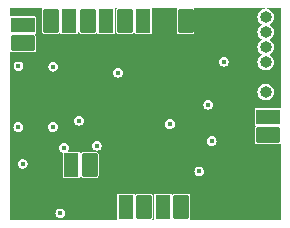
<source format=gbr>
%TF.GenerationSoftware,KiCad,Pcbnew,7.0.2-6a45011f42~172~ubuntu22.04.1*%
%TF.CreationDate,2023-05-21T17:06:01+08:00*%
%TF.ProjectId,fly2040,666c7932-3034-4302-9e6b-696361645f70,rev?*%
%TF.SameCoordinates,PX40c8790PY2f87f80*%
%TF.FileFunction,Copper,L3,Inr*%
%TF.FilePolarity,Positive*%
%FSLAX46Y46*%
G04 Gerber Fmt 4.6, Leading zero omitted, Abs format (unit mm)*
G04 Created by KiCad (PCBNEW 7.0.2-6a45011f42~172~ubuntu22.04.1) date 2023-05-21 17:06:01*
%MOMM*%
%LPD*%
G01*
G04 APERTURE LIST*
G04 Aperture macros list*
%AMRoundRect*
0 Rectangle with rounded corners*
0 $1 Rounding radius*
0 $2 $3 $4 $5 $6 $7 $8 $9 X,Y pos of 4 corners*
0 Add a 4 corners polygon primitive as box body*
4,1,4,$2,$3,$4,$5,$6,$7,$8,$9,$2,$3,0*
0 Add four circle primitives for the rounded corners*
1,1,$1+$1,$2,$3*
1,1,$1+$1,$4,$5*
1,1,$1+$1,$6,$7*
1,1,$1+$1,$8,$9*
0 Add four rect primitives between the rounded corners*
20,1,$1+$1,$2,$3,$4,$5,0*
20,1,$1+$1,$4,$5,$6,$7,0*
20,1,$1+$1,$6,$7,$8,$9,0*
20,1,$1+$1,$8,$9,$2,$3,0*%
G04 Aperture macros list end*
%TA.AperFunction,ComponentPad*%
%ADD10R,1.300000X2.000000*%
%TD*%
%TA.AperFunction,ComponentPad*%
%ADD11RoundRect,0.100000X-0.550000X0.900000X-0.550000X-0.900000X0.550000X-0.900000X0.550000X0.900000X0*%
%TD*%
%TA.AperFunction,ComponentPad*%
%ADD12O,1.000000X1.000000*%
%TD*%
%TA.AperFunction,ComponentPad*%
%ADD13RoundRect,0.100000X0.550000X-0.900000X0.550000X0.900000X-0.550000X0.900000X-0.550000X-0.900000X0*%
%TD*%
%TA.AperFunction,ComponentPad*%
%ADD14R,2.000000X1.300000*%
%TD*%
%TA.AperFunction,ComponentPad*%
%ADD15RoundRect,0.100000X-0.900000X-0.550000X0.900000X-0.550000X0.900000X0.550000X-0.900000X0.550000X0*%
%TD*%
%TA.AperFunction,ViaPad*%
%ADD16C,0.450000*%
%TD*%
G04 APERTURE END LIST*
D10*
%TO.N,NS_8*%
%TO.C,J10*%
X14310000Y-1165000D03*
D11*
%TO.N,NS_9*%
X12760000Y-1165000D03*
%TD*%
D10*
%TO.N,NS_10*%
%TO.C,J9*%
X11145001Y-1165000D03*
D11*
%TO.N,NS_11*%
X9595001Y-1165000D03*
%TD*%
D12*
%TO.N,RST*%
%TO.C,J8*%
X24659248Y-843121D03*
%TO.N,BOOT*%
X24659248Y-2113121D03*
%TO.N,D+*%
X24659248Y-3383121D03*
%TO.N,D-*%
X24659248Y-4653121D03*
%TO.N,+3V3*%
X24659248Y-5923121D03*
%TO.N,GND*%
X24659248Y-7193121D03*
%TD*%
D10*
%TO.N,DBG_CLK*%
%TO.C,J7*%
X8215000Y-13355000D03*
D13*
%TO.N,DBG_DAT*%
X9765000Y-13355000D03*
%TD*%
D11*
%TO.N,NS_SCL*%
%TO.C,J6*%
X6450000Y-1165000D03*
D10*
%TO.N,NS_SDA*%
X8000000Y-1165000D03*
%TD*%
D14*
%TO.N,D+*%
%TO.C,J5*%
X24820000Y-9300000D03*
D15*
%TO.N,D-*%
X24820000Y-10850000D03*
%TD*%
D10*
%TO.N,NS_CMD*%
%TO.C,J4*%
X15975000Y-16895000D03*
D13*
%TO.N,NS_D0*%
X17525000Y-16895000D03*
%TD*%
D10*
%TO.N,NS_RST*%
%TO.C,J3*%
X12815000Y-16895000D03*
D13*
%TO.N,NS_CLK*%
X14365000Y-16895000D03*
%TD*%
D15*
%TO.N,NS_CPU*%
%TO.C,J2*%
X4090000Y-3065000D03*
D14*
%TO.N,NS_14*%
X4090000Y-1515000D03*
%TD*%
D10*
%TO.N,+3V3*%
%TO.C,J1*%
X16330000Y-1170000D03*
D13*
%TO.N,GND*%
X17880000Y-1170000D03*
%TD*%
D16*
%TO.N,GND*%
X16540000Y-9910000D03*
X12155000Y-5555000D03*
X7265000Y-17460000D03*
X21100000Y-4610000D03*
%TO.N,+1V1*%
X20085000Y-11350000D03*
%TO.N,+3V3*%
X11055000Y-14970000D03*
%TO.N,+5V*%
X4075000Y-13260000D03*
X19045000Y-13910000D03*
%TO.N,+3V3*%
X16965000Y-2990000D03*
X13790000Y-2875000D03*
%TO.N,+1V1*%
X19795000Y-8265000D03*
%TO.N,+3V3*%
X20110000Y-9175000D03*
%TO.N,+1V1*%
X8865000Y-9620000D03*
%TO.N,+3V3*%
X8565000Y-8730000D03*
%TO.N,GND*%
X7585000Y-11915000D03*
X6680000Y-5030000D03*
X3730000Y-5010000D03*
X3720000Y-10160000D03*
X6640000Y-10130000D03*
%TO.N,RST*%
X10350000Y-11730000D03*
%TO.N,+3V3*%
X13365000Y-12755000D03*
X18985000Y-16865000D03*
X18915000Y-10980000D03*
%TD*%
%TA.AperFunction,Conductor*%
%TO.N,+3V3*%
G36*
X5735138Y-79852D02*
G01*
X5749490Y-114500D01*
X5741232Y-141723D01*
X5711132Y-186770D01*
X5699500Y-245249D01*
X5699500Y-2084750D01*
X5711132Y-2143229D01*
X5755447Y-2209552D01*
X5788608Y-2231709D01*
X5821769Y-2253867D01*
X5836389Y-2256775D01*
X5880249Y-2265500D01*
X5880252Y-2265500D01*
X7019751Y-2265500D01*
X7054837Y-2258520D01*
X7078231Y-2253867D01*
X7144552Y-2209552D01*
X7165015Y-2178927D01*
X7196196Y-2158093D01*
X7232979Y-2165409D01*
X7253814Y-2196591D01*
X7253815Y-2196592D01*
X7255330Y-2204213D01*
X7277542Y-2237456D01*
X7277543Y-2237457D01*
X7310787Y-2259669D01*
X7340101Y-2265500D01*
X8659898Y-2265499D01*
X8689213Y-2259669D01*
X8722457Y-2237457D01*
X8744669Y-2204213D01*
X8750500Y-2174899D01*
X8750499Y-2109676D01*
X8764850Y-2075030D01*
X8799498Y-2060678D01*
X8834147Y-2075029D01*
X8847557Y-2100118D01*
X8856133Y-2143229D01*
X8900448Y-2209552D01*
X8933609Y-2231709D01*
X8966770Y-2253867D01*
X8981390Y-2256775D01*
X9025250Y-2265500D01*
X9025253Y-2265500D01*
X10164752Y-2265500D01*
X10199838Y-2258520D01*
X10223232Y-2253867D01*
X10289553Y-2209552D01*
X10310016Y-2178927D01*
X10341197Y-2158093D01*
X10377980Y-2165409D01*
X10398815Y-2196591D01*
X10398816Y-2196592D01*
X10400331Y-2204213D01*
X10422543Y-2237456D01*
X10422544Y-2237457D01*
X10455788Y-2259669D01*
X10485102Y-2265500D01*
X11804899Y-2265499D01*
X11834214Y-2259669D01*
X11867458Y-2237457D01*
X11889670Y-2204213D01*
X11895501Y-2174899D01*
X11895500Y-155102D01*
X11889670Y-125787D01*
X11889669Y-125786D01*
X11889326Y-124058D01*
X11896644Y-87275D01*
X11927827Y-66441D01*
X11937385Y-65500D01*
X12010490Y-65500D01*
X12045138Y-79852D01*
X12059490Y-114500D01*
X12051232Y-141723D01*
X12021132Y-186770D01*
X12009500Y-245249D01*
X12009500Y-2084750D01*
X12021132Y-2143229D01*
X12065447Y-2209552D01*
X12098608Y-2231709D01*
X12131769Y-2253867D01*
X12146389Y-2256775D01*
X12190249Y-2265500D01*
X12190252Y-2265500D01*
X13329751Y-2265500D01*
X13364837Y-2258520D01*
X13388231Y-2253867D01*
X13454552Y-2209552D01*
X13475015Y-2178927D01*
X13506196Y-2158093D01*
X13542979Y-2165409D01*
X13563814Y-2196591D01*
X13563815Y-2196592D01*
X13565330Y-2204213D01*
X13587542Y-2237456D01*
X13587543Y-2237457D01*
X13620787Y-2259669D01*
X13650101Y-2265500D01*
X14969898Y-2265499D01*
X14999213Y-2259669D01*
X15032457Y-2237457D01*
X15054669Y-2204213D01*
X15060500Y-2174899D01*
X15060499Y-155102D01*
X15054669Y-125787D01*
X15054668Y-125786D01*
X15054325Y-124058D01*
X15061643Y-87275D01*
X15092826Y-66441D01*
X15102384Y-65500D01*
X17133831Y-65500D01*
X17168479Y-79852D01*
X17182831Y-114500D01*
X17174573Y-141723D01*
X17141132Y-191770D01*
X17129500Y-250249D01*
X17129500Y-2089750D01*
X17141132Y-2148229D01*
X17185447Y-2214552D01*
X17218608Y-2236709D01*
X17251769Y-2258867D01*
X17266389Y-2261775D01*
X17310249Y-2270500D01*
X17310252Y-2270500D01*
X18449751Y-2270500D01*
X18484837Y-2263520D01*
X18508231Y-2258867D01*
X18574552Y-2214552D01*
X18618867Y-2148231D01*
X18625851Y-2113120D01*
X18630500Y-2089750D01*
X18630500Y-250249D01*
X18618867Y-191770D01*
X18618867Y-191769D01*
X18585427Y-141723D01*
X18578110Y-104941D01*
X18598946Y-73758D01*
X18626169Y-65500D01*
X24525319Y-65500D01*
X24559967Y-79852D01*
X24574319Y-114500D01*
X24559967Y-149148D01*
X24537046Y-162076D01*
X24412593Y-192751D01*
X24264120Y-270676D01*
X24138605Y-381872D01*
X24043351Y-519870D01*
X23983888Y-676659D01*
X23963677Y-843120D01*
X23983888Y-1009582D01*
X24031783Y-1135871D01*
X24043350Y-1166369D01*
X24138606Y-1304370D01*
X24264119Y-1415565D01*
X24290996Y-1429671D01*
X24300642Y-1434734D01*
X24324651Y-1463544D01*
X24321257Y-1500893D01*
X24300642Y-1521508D01*
X24264118Y-1540677D01*
X24138605Y-1651872D01*
X24043351Y-1789870D01*
X23983888Y-1946659D01*
X23963677Y-2113120D01*
X23983888Y-2279582D01*
X24043351Y-2436371D01*
X24083992Y-2495249D01*
X24138606Y-2574370D01*
X24264119Y-2685565D01*
X24290996Y-2699671D01*
X24300642Y-2704734D01*
X24324651Y-2733544D01*
X24321257Y-2770893D01*
X24300642Y-2791508D01*
X24264118Y-2810677D01*
X24138605Y-2921872D01*
X24043351Y-3059870D01*
X23983888Y-3216659D01*
X23963677Y-3383121D01*
X23983888Y-3549582D01*
X24031783Y-3675871D01*
X24038367Y-3693231D01*
X24043351Y-3706371D01*
X24110649Y-3803868D01*
X24138606Y-3844370D01*
X24264119Y-3955565D01*
X24290996Y-3969671D01*
X24300642Y-3974734D01*
X24324651Y-4003544D01*
X24321257Y-4040893D01*
X24300642Y-4061508D01*
X24264118Y-4080677D01*
X24138605Y-4191872D01*
X24043351Y-4329870D01*
X23983888Y-4486659D01*
X23963677Y-4653121D01*
X23983888Y-4819582D01*
X24043351Y-4976371D01*
X24138605Y-5114369D01*
X24138606Y-5114370D01*
X24264119Y-5225565D01*
X24412595Y-5303491D01*
X24575406Y-5343621D01*
X24743090Y-5343621D01*
X24905901Y-5303491D01*
X25054377Y-5225565D01*
X25179890Y-5114370D01*
X25275146Y-4976369D01*
X25334607Y-4819582D01*
X25354819Y-4653121D01*
X25334607Y-4486660D01*
X25332082Y-4480003D01*
X25287607Y-4362731D01*
X25275146Y-4329873D01*
X25179890Y-4191872D01*
X25054377Y-4080677D01*
X25017851Y-4061506D01*
X24993843Y-4032699D01*
X24997236Y-3995350D01*
X25017850Y-3974735D01*
X25054377Y-3955565D01*
X25179890Y-3844370D01*
X25275146Y-3706369D01*
X25334607Y-3549582D01*
X25354819Y-3383121D01*
X25334607Y-3216660D01*
X25275146Y-3059873D01*
X25179890Y-2921872D01*
X25054377Y-2810677D01*
X25017851Y-2791506D01*
X24993843Y-2762699D01*
X24997236Y-2725350D01*
X25017850Y-2704735D01*
X25054377Y-2685565D01*
X25179890Y-2574370D01*
X25275146Y-2436369D01*
X25334607Y-2279582D01*
X25354819Y-2113121D01*
X25334607Y-1946660D01*
X25275146Y-1789873D01*
X25179890Y-1651872D01*
X25054377Y-1540677D01*
X25017851Y-1521506D01*
X24993843Y-1492699D01*
X24997236Y-1455350D01*
X25017850Y-1434735D01*
X25054377Y-1415565D01*
X25179890Y-1304370D01*
X25275146Y-1166369D01*
X25334607Y-1009582D01*
X25354819Y-843121D01*
X25334607Y-676660D01*
X25275146Y-519873D01*
X25179890Y-381872D01*
X25054377Y-270677D01*
X25005928Y-245249D01*
X24905902Y-192751D01*
X24781450Y-162076D01*
X24751244Y-139849D01*
X24745601Y-102773D01*
X24767828Y-72567D01*
X24793177Y-65500D01*
X25875500Y-65500D01*
X25910148Y-79852D01*
X25924500Y-114500D01*
X25924500Y-8508610D01*
X25910148Y-8543258D01*
X25875500Y-8557610D01*
X25865941Y-8556669D01*
X25850403Y-8553578D01*
X25829899Y-8549500D01*
X25829897Y-8549500D01*
X23810102Y-8549500D01*
X23780786Y-8555330D01*
X23747543Y-8577542D01*
X23725330Y-8610788D01*
X23719500Y-8640099D01*
X23719500Y-9959897D01*
X23725330Y-9989213D01*
X23745961Y-10020090D01*
X23747543Y-10022457D01*
X23780787Y-10044669D01*
X23788408Y-10046185D01*
X23819590Y-10067020D01*
X23826907Y-10103802D01*
X23806072Y-10134984D01*
X23775448Y-10155447D01*
X23731132Y-10221770D01*
X23719500Y-10280249D01*
X23719500Y-11419750D01*
X23731132Y-11478229D01*
X23775447Y-11544552D01*
X23808608Y-11566709D01*
X23841769Y-11588867D01*
X23856389Y-11591775D01*
X23900249Y-11600500D01*
X23900252Y-11600500D01*
X25739751Y-11600500D01*
X25798228Y-11588868D01*
X25798228Y-11588867D01*
X25798231Y-11588867D01*
X25848279Y-11555425D01*
X25885059Y-11548109D01*
X25916242Y-11568944D01*
X25924500Y-11596168D01*
X25924500Y-17965500D01*
X25910148Y-18000148D01*
X25875500Y-18014500D01*
X18261146Y-18014500D01*
X18226498Y-18000148D01*
X18212146Y-17965500D01*
X18220404Y-17938277D01*
X18223119Y-17934213D01*
X18263867Y-17873231D01*
X18275500Y-17814748D01*
X18275500Y-15975252D01*
X18275500Y-15975251D01*
X18275500Y-15975249D01*
X18263867Y-15916770D01*
X18263867Y-15916769D01*
X18240015Y-15881072D01*
X18219552Y-15850447D01*
X18169923Y-15817286D01*
X18153231Y-15806133D01*
X18153230Y-15806132D01*
X18153229Y-15806132D01*
X18094751Y-15794500D01*
X18094748Y-15794500D01*
X16955252Y-15794500D01*
X16955249Y-15794500D01*
X16896770Y-15806132D01*
X16830447Y-15850448D01*
X16809984Y-15881072D01*
X16778801Y-15901907D01*
X16742019Y-15894589D01*
X16721184Y-15863406D01*
X16721184Y-15863404D01*
X16719669Y-15855786D01*
X16697457Y-15822543D01*
X16697456Y-15822542D01*
X16664213Y-15800331D01*
X16664212Y-15800330D01*
X16664211Y-15800330D01*
X16634900Y-15794500D01*
X15315102Y-15794500D01*
X15285786Y-15800330D01*
X15252543Y-15822542D01*
X15230330Y-15855788D01*
X15224500Y-15885099D01*
X15224500Y-17904897D01*
X15230330Y-17934213D01*
X15233046Y-17938277D01*
X15240362Y-17975060D01*
X15219527Y-18006242D01*
X15192304Y-18014500D01*
X15101146Y-18014500D01*
X15066498Y-18000148D01*
X15052146Y-17965500D01*
X15060404Y-17938277D01*
X15063119Y-17934213D01*
X15103867Y-17873231D01*
X15115500Y-17814748D01*
X15115500Y-15975252D01*
X15115500Y-15975249D01*
X15103867Y-15916770D01*
X15103867Y-15916769D01*
X15080015Y-15881072D01*
X15059552Y-15850447D01*
X15009923Y-15817286D01*
X14993231Y-15806133D01*
X14993230Y-15806132D01*
X14993229Y-15806132D01*
X14934751Y-15794500D01*
X14934748Y-15794500D01*
X13795252Y-15794500D01*
X13795249Y-15794500D01*
X13736770Y-15806132D01*
X13670447Y-15850448D01*
X13649984Y-15881072D01*
X13618801Y-15901907D01*
X13582019Y-15894589D01*
X13561184Y-15863406D01*
X13561184Y-15863404D01*
X13559669Y-15855786D01*
X13537457Y-15822543D01*
X13537456Y-15822542D01*
X13504213Y-15800331D01*
X13504212Y-15800330D01*
X13504211Y-15800330D01*
X13474900Y-15794500D01*
X12155102Y-15794500D01*
X12125786Y-15800330D01*
X12092543Y-15822542D01*
X12070330Y-15855788D01*
X12064500Y-15885099D01*
X12064500Y-17904897D01*
X12070330Y-17934213D01*
X12073046Y-17938277D01*
X12080362Y-17975060D01*
X12059527Y-18006242D01*
X12032304Y-18014500D01*
X3024500Y-18014500D01*
X2989852Y-18000148D01*
X2975500Y-17965500D01*
X2975500Y-17460000D01*
X6844320Y-17460000D01*
X6864910Y-17589998D01*
X6924664Y-17707270D01*
X7017729Y-17800335D01*
X7017731Y-17800336D01*
X7135003Y-17860090D01*
X7265000Y-17880679D01*
X7394997Y-17860090D01*
X7512269Y-17800336D01*
X7605336Y-17707269D01*
X7665090Y-17589997D01*
X7685679Y-17460000D01*
X7665090Y-17330003D01*
X7605336Y-17212731D01*
X7605335Y-17212729D01*
X7512270Y-17119664D01*
X7394998Y-17059910D01*
X7265000Y-17039320D01*
X7135001Y-17059910D01*
X7017729Y-17119664D01*
X6924664Y-17212729D01*
X6864910Y-17330001D01*
X6844320Y-17460000D01*
X2975500Y-17460000D01*
X2975500Y-13260000D01*
X3654320Y-13260000D01*
X3674910Y-13389998D01*
X3734664Y-13507270D01*
X3827729Y-13600335D01*
X3827731Y-13600336D01*
X3945003Y-13660090D01*
X4050535Y-13676804D01*
X4074999Y-13680679D01*
X4074999Y-13680678D01*
X4075000Y-13680679D01*
X4204997Y-13660090D01*
X4322269Y-13600336D01*
X4415336Y-13507269D01*
X4475090Y-13389997D01*
X4495679Y-13260000D01*
X4475090Y-13130003D01*
X4415336Y-13012731D01*
X4415335Y-13012729D01*
X4322270Y-12919664D01*
X4204998Y-12859910D01*
X4075000Y-12839320D01*
X3945001Y-12859910D01*
X3827729Y-12919664D01*
X3734664Y-13012729D01*
X3674910Y-13130001D01*
X3654320Y-13260000D01*
X2975500Y-13260000D01*
X2975500Y-11915000D01*
X7164320Y-11915000D01*
X7184910Y-12044998D01*
X7244664Y-12162270D01*
X7337729Y-12255335D01*
X7437746Y-12306297D01*
X7462102Y-12334814D01*
X7464500Y-12349956D01*
X7464500Y-14364897D01*
X7470330Y-14394213D01*
X7492542Y-14427456D01*
X7492543Y-14427457D01*
X7525787Y-14449669D01*
X7555101Y-14455500D01*
X8874898Y-14455499D01*
X8904213Y-14449669D01*
X8937457Y-14427457D01*
X8959669Y-14394213D01*
X8961185Y-14386590D01*
X8982019Y-14355409D01*
X9018802Y-14348092D01*
X9049984Y-14368926D01*
X9070448Y-14399552D01*
X9136769Y-14443867D01*
X9151389Y-14446775D01*
X9195249Y-14455500D01*
X9195252Y-14455500D01*
X10334751Y-14455500D01*
X10369837Y-14448520D01*
X10393231Y-14443867D01*
X10459552Y-14399552D01*
X10503867Y-14333231D01*
X10515500Y-14274748D01*
X10515500Y-13910000D01*
X18624320Y-13910000D01*
X18644910Y-14039998D01*
X18704664Y-14157270D01*
X18797729Y-14250335D01*
X18845642Y-14274748D01*
X18915003Y-14310090D01*
X19020535Y-14326804D01*
X19044999Y-14330679D01*
X19044999Y-14330678D01*
X19045000Y-14330679D01*
X19174997Y-14310090D01*
X19292269Y-14250336D01*
X19385336Y-14157269D01*
X19445090Y-14039997D01*
X19465679Y-13910000D01*
X19445090Y-13780003D01*
X19385336Y-13662731D01*
X19385335Y-13662729D01*
X19292270Y-13569664D01*
X19174998Y-13509910D01*
X19045000Y-13489320D01*
X18915001Y-13509910D01*
X18797729Y-13569664D01*
X18704664Y-13662729D01*
X18644910Y-13780001D01*
X18624320Y-13910000D01*
X10515500Y-13910000D01*
X10515500Y-12435252D01*
X10515500Y-12435251D01*
X10515500Y-12435249D01*
X10503867Y-12376770D01*
X10503867Y-12376769D01*
X10475833Y-12334814D01*
X10459552Y-12310447D01*
X10409923Y-12277286D01*
X10393231Y-12266133D01*
X10393230Y-12266132D01*
X10393229Y-12266132D01*
X10334751Y-12254500D01*
X10334748Y-12254500D01*
X9195252Y-12254500D01*
X9195249Y-12254500D01*
X9136770Y-12266132D01*
X9070447Y-12310448D01*
X9049984Y-12341072D01*
X9018801Y-12361907D01*
X8982019Y-12354589D01*
X8961184Y-12323406D01*
X8961184Y-12323404D01*
X8959669Y-12315786D01*
X8937457Y-12282543D01*
X8904213Y-12260331D01*
X8904212Y-12260330D01*
X8904211Y-12260330D01*
X8874901Y-12254500D01*
X8874899Y-12254500D01*
X7951402Y-12254500D01*
X7916754Y-12240148D01*
X7902402Y-12205500D01*
X7916754Y-12170852D01*
X7925335Y-12162270D01*
X7941733Y-12130089D01*
X7985090Y-12044997D01*
X8005679Y-11915000D01*
X7985090Y-11785003D01*
X7957064Y-11730000D01*
X9929320Y-11730000D01*
X9949910Y-11859998D01*
X10009664Y-11977270D01*
X10102729Y-12070335D01*
X10102731Y-12070336D01*
X10220003Y-12130090D01*
X10350000Y-12150679D01*
X10479997Y-12130090D01*
X10597269Y-12070336D01*
X10690336Y-11977269D01*
X10750090Y-11859997D01*
X10770679Y-11730000D01*
X10750090Y-11600003D01*
X10696242Y-11494321D01*
X10690335Y-11482729D01*
X10597270Y-11389664D01*
X10519426Y-11350000D01*
X19664320Y-11350000D01*
X19684910Y-11479998D01*
X19744664Y-11597270D01*
X19837729Y-11690335D01*
X19837731Y-11690336D01*
X19955003Y-11750090D01*
X20060535Y-11766804D01*
X20084999Y-11770679D01*
X20084999Y-11770678D01*
X20085000Y-11770679D01*
X20214997Y-11750090D01*
X20332269Y-11690336D01*
X20425336Y-11597269D01*
X20485090Y-11479997D01*
X20505679Y-11350000D01*
X20485090Y-11220003D01*
X20425336Y-11102731D01*
X20425335Y-11102729D01*
X20332270Y-11009664D01*
X20214998Y-10949910D01*
X20085000Y-10929320D01*
X19955001Y-10949910D01*
X19837729Y-11009664D01*
X19744664Y-11102729D01*
X19684910Y-11220001D01*
X19664320Y-11350000D01*
X10519426Y-11350000D01*
X10479998Y-11329910D01*
X10350000Y-11309320D01*
X10220001Y-11329910D01*
X10102729Y-11389664D01*
X10009664Y-11482729D01*
X9949910Y-11600001D01*
X9929320Y-11730000D01*
X7957064Y-11730000D01*
X7936854Y-11690335D01*
X7925335Y-11667729D01*
X7832270Y-11574664D01*
X7714998Y-11514910D01*
X7585000Y-11494320D01*
X7455001Y-11514910D01*
X7337729Y-11574664D01*
X7244664Y-11667729D01*
X7184910Y-11785001D01*
X7164320Y-11915000D01*
X2975500Y-11915000D01*
X2975500Y-10160000D01*
X3299320Y-10160000D01*
X3319910Y-10289998D01*
X3379664Y-10407270D01*
X3472729Y-10500335D01*
X3472731Y-10500336D01*
X3590003Y-10560090D01*
X3720000Y-10580679D01*
X3849997Y-10560090D01*
X3967269Y-10500336D01*
X4060336Y-10407269D01*
X4120090Y-10289997D01*
X4140679Y-10160000D01*
X4135928Y-10130000D01*
X6219320Y-10130000D01*
X6239910Y-10259998D01*
X6299664Y-10377270D01*
X6392729Y-10470335D01*
X6392731Y-10470336D01*
X6510003Y-10530090D01*
X6640000Y-10550679D01*
X6769997Y-10530090D01*
X6887269Y-10470336D01*
X6980336Y-10377269D01*
X7040090Y-10259997D01*
X7060679Y-10130000D01*
X7040090Y-10000003D01*
X6980336Y-9882731D01*
X6980335Y-9882729D01*
X6887270Y-9789664D01*
X6769998Y-9729910D01*
X6640000Y-9709320D01*
X6510001Y-9729910D01*
X6392729Y-9789664D01*
X6299664Y-9882729D01*
X6239910Y-10000001D01*
X6219320Y-10130000D01*
X4135928Y-10130000D01*
X4120090Y-10030003D01*
X4115039Y-10020089D01*
X4060335Y-9912729D01*
X3967270Y-9819664D01*
X3849998Y-9759910D01*
X3720000Y-9739320D01*
X3590001Y-9759910D01*
X3472729Y-9819664D01*
X3379664Y-9912729D01*
X3319910Y-10030001D01*
X3299320Y-10160000D01*
X2975500Y-10160000D01*
X2975500Y-9620000D01*
X8444320Y-9620000D01*
X8464910Y-9749998D01*
X8524664Y-9867270D01*
X8617729Y-9960335D01*
X8617731Y-9960336D01*
X8735003Y-10020090D01*
X8840535Y-10036804D01*
X8864999Y-10040679D01*
X8864999Y-10040678D01*
X8865000Y-10040679D01*
X8994997Y-10020090D01*
X9112269Y-9960336D01*
X9162605Y-9910000D01*
X16119320Y-9910000D01*
X16139910Y-10039998D01*
X16199664Y-10157270D01*
X16292729Y-10250335D01*
X16292731Y-10250336D01*
X16410003Y-10310090D01*
X16540000Y-10330679D01*
X16669997Y-10310090D01*
X16787269Y-10250336D01*
X16880336Y-10157269D01*
X16940090Y-10039997D01*
X16960679Y-9910000D01*
X16940090Y-9780003D01*
X16880336Y-9662731D01*
X16880335Y-9662729D01*
X16787270Y-9569664D01*
X16669998Y-9509910D01*
X16540000Y-9489320D01*
X16410001Y-9509910D01*
X16292729Y-9569664D01*
X16199664Y-9662729D01*
X16139910Y-9780001D01*
X16119320Y-9910000D01*
X9162605Y-9910000D01*
X9205336Y-9867269D01*
X9265090Y-9749997D01*
X9285679Y-9620000D01*
X9265090Y-9490003D01*
X9264743Y-9489321D01*
X9205335Y-9372729D01*
X9112270Y-9279664D01*
X8994998Y-9219910D01*
X8865000Y-9199320D01*
X8735001Y-9219910D01*
X8617729Y-9279664D01*
X8524664Y-9372729D01*
X8464910Y-9490001D01*
X8444320Y-9620000D01*
X2975500Y-9620000D01*
X2975500Y-8265000D01*
X19374320Y-8265000D01*
X19394910Y-8394998D01*
X19454664Y-8512270D01*
X19547729Y-8605335D01*
X19547731Y-8605336D01*
X19665003Y-8665090D01*
X19770535Y-8681804D01*
X19794999Y-8685679D01*
X19794999Y-8685678D01*
X19795000Y-8685679D01*
X19924997Y-8665090D01*
X20042269Y-8605336D01*
X20135336Y-8512269D01*
X20195090Y-8394997D01*
X20215679Y-8265000D01*
X20195090Y-8135003D01*
X20135336Y-8017731D01*
X20135335Y-8017729D01*
X20042270Y-7924664D01*
X19924998Y-7864910D01*
X19795000Y-7844320D01*
X19665001Y-7864910D01*
X19547729Y-7924664D01*
X19454664Y-8017729D01*
X19394910Y-8135001D01*
X19374320Y-8265000D01*
X2975500Y-8265000D01*
X2975500Y-7193121D01*
X23963677Y-7193121D01*
X23983888Y-7359582D01*
X24031783Y-7485871D01*
X24043350Y-7516369D01*
X24138606Y-7654370D01*
X24264119Y-7765565D01*
X24412595Y-7843491D01*
X24575406Y-7883621D01*
X24743090Y-7883621D01*
X24905901Y-7843491D01*
X25054377Y-7765565D01*
X25179890Y-7654370D01*
X25275146Y-7516369D01*
X25334607Y-7359582D01*
X25354819Y-7193121D01*
X25334607Y-7026660D01*
X25275146Y-6869873D01*
X25179890Y-6731872D01*
X25054377Y-6620677D01*
X25041536Y-6613937D01*
X24905902Y-6542751D01*
X24743090Y-6502621D01*
X24575406Y-6502621D01*
X24412593Y-6542751D01*
X24264120Y-6620676D01*
X24138605Y-6731872D01*
X24043351Y-6869870D01*
X23983888Y-7026659D01*
X23963677Y-7193121D01*
X2975500Y-7193121D01*
X2975500Y-5555000D01*
X11734320Y-5555000D01*
X11754910Y-5684998D01*
X11814664Y-5802270D01*
X11907729Y-5895335D01*
X11907731Y-5895336D01*
X12025003Y-5955090D01*
X12130535Y-5971804D01*
X12154999Y-5975679D01*
X12154999Y-5975678D01*
X12155000Y-5975679D01*
X12284997Y-5955090D01*
X12402269Y-5895336D01*
X12495336Y-5802269D01*
X12555090Y-5684997D01*
X12575679Y-5555000D01*
X12555090Y-5425003D01*
X12495336Y-5307731D01*
X12495335Y-5307729D01*
X12402270Y-5214664D01*
X12284998Y-5154910D01*
X12155000Y-5134320D01*
X12025001Y-5154910D01*
X11907729Y-5214664D01*
X11814664Y-5307729D01*
X11754910Y-5425001D01*
X11734320Y-5555000D01*
X2975500Y-5555000D01*
X2975500Y-5010000D01*
X3309320Y-5010000D01*
X3329910Y-5139998D01*
X3389664Y-5257270D01*
X3482729Y-5350335D01*
X3482731Y-5350336D01*
X3600003Y-5410090D01*
X3730000Y-5430679D01*
X3859997Y-5410090D01*
X3977269Y-5350336D01*
X4070336Y-5257269D01*
X4130090Y-5139997D01*
X4147511Y-5030000D01*
X6259320Y-5030000D01*
X6279910Y-5159998D01*
X6339664Y-5277270D01*
X6432729Y-5370335D01*
X6432731Y-5370336D01*
X6550003Y-5430090D01*
X6680000Y-5450679D01*
X6809997Y-5430090D01*
X6927269Y-5370336D01*
X7020336Y-5277269D01*
X7080090Y-5159997D01*
X7100679Y-5030000D01*
X7080090Y-4900003D01*
X7020336Y-4782731D01*
X7020335Y-4782729D01*
X6927270Y-4689664D01*
X6809998Y-4629910D01*
X6684293Y-4610000D01*
X20679320Y-4610000D01*
X20699910Y-4739998D01*
X20759664Y-4857270D01*
X20852729Y-4950335D01*
X20852731Y-4950336D01*
X20970003Y-5010090D01*
X21100000Y-5030679D01*
X21229997Y-5010090D01*
X21347269Y-4950336D01*
X21440336Y-4857269D01*
X21500090Y-4739997D01*
X21520679Y-4610000D01*
X21500090Y-4480003D01*
X21440336Y-4362731D01*
X21440335Y-4362729D01*
X21347270Y-4269664D01*
X21229998Y-4209910D01*
X21100000Y-4189320D01*
X20970001Y-4209910D01*
X20852729Y-4269664D01*
X20759664Y-4362729D01*
X20699910Y-4480001D01*
X20679320Y-4610000D01*
X6684293Y-4610000D01*
X6680000Y-4609320D01*
X6550001Y-4629910D01*
X6432729Y-4689664D01*
X6339664Y-4782729D01*
X6279910Y-4900001D01*
X6259320Y-5030000D01*
X4147511Y-5030000D01*
X4150679Y-5010000D01*
X4130090Y-4880003D01*
X4099304Y-4819582D01*
X4070335Y-4762729D01*
X3977270Y-4669664D01*
X3859998Y-4609910D01*
X3730000Y-4589320D01*
X3600001Y-4609910D01*
X3482729Y-4669664D01*
X3389664Y-4762729D01*
X3329910Y-4880001D01*
X3309320Y-5010000D01*
X2975500Y-5010000D01*
X2975500Y-3804486D01*
X2989852Y-3769838D01*
X3024500Y-3755486D01*
X3051719Y-3763742D01*
X3111769Y-3803867D01*
X3111771Y-3803868D01*
X3170249Y-3815500D01*
X3170252Y-3815500D01*
X5009751Y-3815500D01*
X5044837Y-3808520D01*
X5068231Y-3803867D01*
X5134552Y-3759552D01*
X5178867Y-3693231D01*
X5190500Y-3634748D01*
X5190500Y-2495252D01*
X5190500Y-2495249D01*
X5178867Y-2436770D01*
X5178867Y-2436769D01*
X5134552Y-2370448D01*
X5103926Y-2349984D01*
X5083092Y-2318802D01*
X5090409Y-2282019D01*
X5121590Y-2261184D01*
X5129213Y-2259669D01*
X5162457Y-2237457D01*
X5184669Y-2204213D01*
X5190500Y-2174899D01*
X5190499Y-855102D01*
X5184669Y-825787D01*
X5184669Y-825786D01*
X5162457Y-792543D01*
X5129213Y-770331D01*
X5129212Y-770330D01*
X5129211Y-770330D01*
X5099900Y-764500D01*
X3080102Y-764500D01*
X3041226Y-772232D01*
X3041141Y-771809D01*
X3014940Y-777021D01*
X2983758Y-756185D01*
X2975500Y-728963D01*
X2975500Y-114500D01*
X2989852Y-79852D01*
X3024500Y-65500D01*
X5700490Y-65500D01*
X5735138Y-79852D01*
G37*
%TD.AperFunction*%
%TD*%
M02*

</source>
